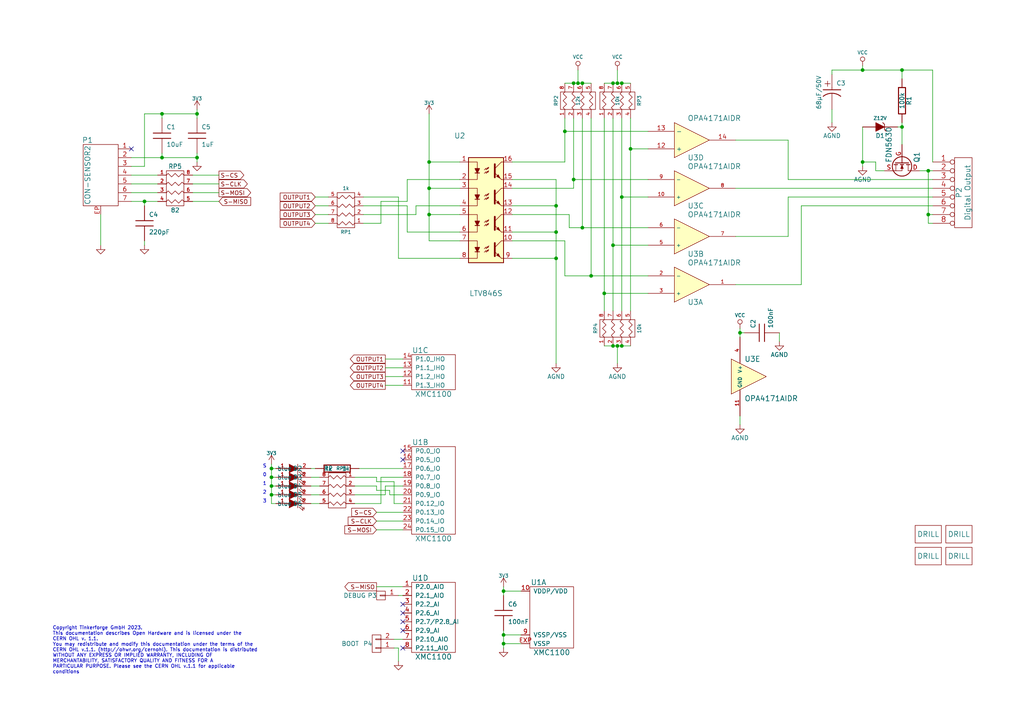
<source format=kicad_sch>
(kicad_sch (version 20230121) (generator eeschema)
  (paper "A4")
  (title_block (title "Industrial Digital Out 4 2.0") (date "2023-01-30") (rev "2.0") (company "Tinkerforge GmbH") (comment 1 "Licensed under CERN OHL v.1.1") (comment 2 "Copyright (©) 2023, T.Schneidermann <tim@tinkerforge.com>"))
  (lib_symbols
    (symbol "tinkerforge:3V3" (power) (pin_names (offset 0))
      (property "Value" "3V3" (at 0 3.556 0))
      (symbol "3V3_0_1"
        (polyline (pts (xy -0.762 1.27) (xy 0 2.54)))
        (polyline (pts (xy 0 0) (xy 0 2.54)))
        (polyline (pts (xy 0 2.54) (xy 0.762 1.27)))
      )
      (symbol "3V3_1_1"
        (pin power_in line (at 0 0 90) (length 0) hide (name "3V3") (number "1"))
      )
    )
    (symbol "tinkerforge:AGND" (power) (pin_names (offset 0))
      (property "Value" "AGND" (at 0 -5.08 0))
      (symbol "AGND_0_1"
        (polyline (pts (xy 0 0) (xy 0 -1.27) (xy 1.27 -1.27) (xy 0 -2.54) (xy -1.27 -1.27) (xy 0 -1.27)))
      )
      (symbol "AGND_1_1"
        (pin power_in line (at 0 0 270) (length 0) hide (name "AGND") (number "1"))
      )
    )
    (symbol "tinkerforge:C" (pin_numbers hide) (pin_names (offset 0.254))
      (property "Reference" "C" (at 1.27 2.54 0))
      (property "Value" "C" (at 1.27 -2.54 0))
      (symbol "C_0_1"
        (polyline (pts (xy -2.54 -0.762) (xy 2.54 -0.762)) (stroke (width 0.254)))
        (polyline (pts (xy -2.54 0.762) (xy 2.54 0.762)) (stroke (width 0.254)))
      )
      (symbol "C_1_1"
        (pin passive line (at 0 5.08 270) (length 4.318) (name "~") (number "1"))
        (pin passive line (at 0 -5.08 90) (length 4.318) (name "~") (number "2"))
      )
    )
    (symbol "tinkerforge:CON-SENSOR2" (pin_names (offset 1.016))
      (property "Reference" "P" (at -3.81 10.16 0))
      (property "Value" "CON-SENSOR2" (at 3.81 0 90))
      (symbol "CON-SENSOR2_0_1"
        (rectangle (start -5.08 8.89) (end 5.08 -8.89))
      )
      (symbol "CON-SENSOR2_1_1"
        (pin passive line (at -8.89 7.62 0) (length 3.81) (name "~") (number "1"))
        (pin passive line (at -8.89 5.08 0) (length 3.81) (name "~") (number "2"))
        (pin passive line (at -8.89 2.54 0) (length 3.81) (name "~") (number "3"))
        (pin passive line (at -8.89 0 0) (length 3.81) (name "~") (number "4"))
        (pin passive line (at -8.89 -2.54 0) (length 3.81) (name "~") (number "5"))
        (pin passive line (at -8.89 -5.08 0) (length 3.81) (name "~") (number "6"))
        (pin passive line (at -8.89 -7.62 0) (length 3.81) (name "~") (number "7"))
        (pin passive line (at 0 -11.43 90) (length 2.54) (name "~") (number "EP"))
      )
    )
    (symbol "tinkerforge:CONN_01X01" (pin_names (offset 1.016) hide)
      (property "Reference" "P" (at 0 2.54 0))
      (property "Value" "CONN_01X01" (at 2.54 0 90))
      (symbol "CONN_01X01_0_1"
        (rectangle (start -1.27 0.127) (end 0.254 -0.127))
        (rectangle (start -1.27 1.27) (end 1.27 -1.27))
      )
      (symbol "CONN_01X01_1_1"
        (pin passive line (at -5.08 0 0) (length 3.81) (name "P1") (number "1"))
      )
    )
    (symbol "tinkerforge:CONN_01X02" (pin_names (offset 1.016) hide)
      (property "Reference" "P" (at 0 3.81 0))
      (property "Value" "CONN_01X02" (at 2.54 0 90))
      (symbol "CONN_01X02_0_1"
        (rectangle (start -1.27 -1.143) (end 0.254 -1.397))
        (rectangle (start -1.27 1.397) (end 0.254 1.143))
        (rectangle (start -1.27 2.54) (end 1.27 -2.54))
      )
      (symbol "CONN_01X02_1_1"
        (pin passive line (at -5.08 1.27 0) (length 3.81) (name "P1") (number "1"))
        (pin passive line (at -5.08 -1.27 0) (length 3.81) (name "P2") (number "2"))
      )
    )
    (symbol "tinkerforge:CONN_8" (pin_names (offset 0.762) hide)
      (property "Reference" "P" (at -1.27 0 90))
      (property "Value" "CONN_8" (at 1.27 0 90))
      (symbol "CONN_8_0_1"
        (rectangle (start -2.54 10.16) (end 2.54 -10.16))
      )
      (symbol "CONN_8_1_1"
        (pin passive inverted (at -8.89 8.89 0) (length 6.35) (name "1") (number "1"))
        (pin passive inverted (at -8.89 6.35 0) (length 6.35) (name "2") (number "2"))
        (pin passive inverted (at -8.89 3.81 0) (length 6.35) (name "3") (number "3"))
        (pin passive inverted (at -8.89 1.27 0) (length 6.35) (name "4") (number "4"))
        (pin passive inverted (at -8.89 -1.27 0) (length 6.35) (name "5") (number "5"))
        (pin passive inverted (at -8.89 -3.81 0) (length 6.35) (name "6") (number "6"))
        (pin passive inverted (at -8.89 -6.35 0) (length 6.35) (name "~") (number "7"))
        (pin passive inverted (at -8.89 -8.89 0) (length 6.35) (name "~") (number "8"))
      )
    )
    (symbol "tinkerforge:CP1" (pin_numbers hide) (pin_names (offset 0.254) hide)
      (property "Reference" "C" (at 1.27 2.54 0))
      (property "Value" "CP1" (at 1.27 -2.54 0))
      (symbol "CP1_0_0"
        (text "+" (at -1.27 2.54 0) (effects (font (size 2.032 2.032))))
      )
      (symbol "CP1_0_1"
        (polyline (pts (xy 0 1.27) (xy 0 0.762) (xy 0 0.762)))
        (polyline (pts (xy 2.54 0.635) (xy -2.54 0.635) (xy -2.54 0.635)) (stroke (width 0.254)))
        (arc (start 2.54 -1.27) (mid 0 -0.379) (end -2.54 -1.27) (stroke (width 0.254)))
      )
      (symbol "CP1_1_1"
        (pin passive line (at 0 5.08 270) (length 3.81) (name "~") (number "1"))
        (pin passive line (at 0 -5.08 90) (length 4.572) (name "~") (number "2"))
      )
    )
    (symbol "tinkerforge:DRILL" (pin_numbers hide) (pin_names (offset 0) hide)
      (property "Value" "DRILL" (at 0 0 0))
      (symbol "DRILL_0_1"
        (rectangle (start -3.81 2.54) (end 3.81 -2.54))
      )
    )
    (symbol "tinkerforge:GND" (power) (pin_names (offset 0))
      (property "Value" "GND" (at 0 -5.08 0))
      (symbol "GND_0_1"
        (polyline (pts (xy 0 0) (xy 0 -1.27) (xy 1.27 -1.27) (xy 0 -2.54) (xy -1.27 -1.27) (xy 0 -1.27)))
      )
      (symbol "GND_1_1"
        (pin power_in line (at 0 0 270) (length 0) hide (name "GND") (number "1"))
      )
    )
    (symbol "tinkerforge:LED" (pin_names (offset 1.016) hide)
      (property "Reference" "D" (at 0 2.54 0))
      (property "Value" "LED" (at 0 -2.54 0))
      (symbol "LED_0_1"
        (polyline (pts (xy 1.27 1.27) (xy 1.27 -1.27)))
        (polyline (pts (xy -1.27 1.27) (xy 1.27 0) (xy -1.27 -1.27)) (fill (type outline)))
        (polyline (pts (xy 1.651 -1.016) (xy 2.794 -2.032) (xy 2.667 -1.397)))
        (polyline (pts (xy 2.032 -0.635) (xy 3.175 -1.651) (xy 3.048 -1.016)))
      )
      (symbol "LED_1_1"
        (pin passive line (at -5.08 0 0) (length 3.81) (name "A") (number "1"))
        (pin passive line (at 5.08 0 180) (length 3.81) (name "K") (number "2"))
      )
    )
    (symbol "tinkerforge:LMV344"
      (property "Reference" "U" (at -1.27 5.08 0))
      (property "Value" "LMV344" (at -1.27 -6.35 0))
      (symbol "LMV344_0_1"
        (polyline (pts (xy -5.08 5.08) (xy 5.08 0) (xy -5.08 -5.08) (xy -5.08 5.08)) (stroke (width 0.1524)) (fill (type background)))
      )
      (symbol "LMV344_1_1"
        (pin output line (at 12.7 0 180) (length 7.62) (name "~") (number "1"))
        (pin input line (at -12.7 -2.54 0) (length 7.62) (name "-") (number "2"))
        (pin input line (at -12.7 2.54 0) (length 7.62) (name "+") (number "3"))
      )
      (symbol "LMV344_2_1"
        (pin input line (at -12.7 2.54 0) (length 7.62) (name "+") (number "5"))
        (pin input line (at -12.7 -2.54 0) (length 7.62) (name "-") (number "6"))
        (pin output line (at 12.7 0 180) (length 7.62) (name "~") (number "7"))
      )
      (symbol "LMV344_3_1"
        (pin input line (at -12.7 2.54 0) (length 7.62) (name "+") (number "10"))
        (pin output line (at 12.7 0 180) (length 7.62) (name "~") (number "8"))
        (pin input line (at -12.7 -2.54 0) (length 7.62) (name "-") (number "9"))
      )
      (symbol "LMV344_4_1"
        (pin input line (at -12.7 2.54 0) (length 7.62) (name "+") (number "12"))
        (pin input line (at -12.7 -2.54 0) (length 7.62) (name "-") (number "13"))
        (pin output line (at 12.7 0 180) (length 7.62) (name "~") (number "14"))
      )
      (symbol "LMV344_5_1"
        (pin power_in line (at -2.54 -11.43 90) (length 7.62) (name "GND") (number "11"))
        (pin power_in line (at -2.54 11.43 270) (length 7.62) (name "V+") (number "4"))
      )
    )
    (symbol "tinkerforge:LTV-847" (pin_names (offset 1.016))
      (property "Reference" "U" (at -5.08 17.78 0))
      (property "Value" "LTV-847" (at 0 17.78 0))
      (property "Footprint" "DIP-16" (at -5.08 -15.24 0))
      (property "Datasheet" "http://www.us.liteon.com/downloads/LTV-817-827-847.PDF" (at 0 -2.54 0))
      (symbol "LTV-847_0_1"
        (rectangle (start -5.08 16.51) (end 5.08 -13.97) (stroke (width 0.254)) (fill (type background)))
        (polyline (pts (xy -3.175 -10.795) (xy -1.905 -10.795)) (stroke (width 0.254)))
        (polyline (pts (xy -3.175 -3.175) (xy -1.905 -3.175)) (stroke (width 0.254)))
        (polyline (pts (xy -3.175 4.445) (xy -1.905 4.445)) (stroke (width 0.254)))
        (polyline (pts (xy -3.175 12.065) (xy -1.905 12.065)) (stroke (width 0.254)))
        (polyline (pts (xy 2.54 -9.525) (xy 4.445 -7.62)))
        (polyline (pts (xy 2.54 -1.905) (xy 4.445 0)))
        (polyline (pts (xy 2.54 5.715) (xy 4.445 7.62)))
        (polyline (pts (xy 2.54 13.335) (xy 4.445 15.24)))
        (polyline (pts (xy 4.445 -12.7) (xy 2.54 -10.795)) (fill (type outline)))
        (polyline (pts (xy 4.445 -12.7) (xy 5.08 -12.7)))
        (polyline (pts (xy 4.445 -7.62) (xy 5.08 -7.62)))
        (polyline (pts (xy 4.445 -5.08) (xy 2.54 -3.175)) (fill (type outline)))
        (polyline (pts (xy 4.445 -5.08) (xy 5.08 -5.08)))
        (polyline (pts (xy 4.445 0) (xy 5.08 0)))
        (polyline (pts (xy 4.445 2.54) (xy 2.54 4.445)) (fill (type outline)))
        (polyline (pts (xy 4.445 2.54) (xy 5.08 2.54)))
        (polyline (pts (xy 4.445 7.62) (xy 5.08 7.62)))
        (polyline (pts (xy 4.445 10.16) (xy 2.54 12.065)) (fill (type outline)))
        (polyline (pts (xy 4.445 10.16) (xy 5.08 10.16)))
        (polyline (pts (xy 4.445 15.24) (xy 5.08 15.24)))
        (polyline (pts (xy -5.08 -7.62) (xy -2.54 -7.62) (xy -2.54 -9.525)))
        (polyline (pts (xy -5.08 0) (xy -2.54 0) (xy -2.54 -1.905)))
        (polyline (pts (xy -5.08 7.62) (xy -2.54 7.62) (xy -2.54 5.715)))
        (polyline (pts (xy -5.08 15.24) (xy -2.54 15.24) (xy -2.54 13.335)))
        (polyline (pts (xy -2.54 -10.795) (xy -2.54 -12.7) (xy -5.08 -12.7)))
        (polyline (pts (xy -2.54 -3.175) (xy -2.54 -5.08) (xy -5.08 -5.08)))
        (polyline (pts (xy -2.54 4.445) (xy -2.54 2.54) (xy -5.08 2.54)))
        (polyline (pts (xy -2.54 12.065) (xy -2.54 10.16) (xy -5.08 10.16)))
        (polyline (pts (xy 2.54 -8.255) (xy 2.54 -12.065) (xy 2.54 -12.065)) (stroke (width 0.508)))
        (polyline (pts (xy 2.54 -0.635) (xy 2.54 -4.445) (xy 2.54 -4.445)) (stroke (width 0.508)))
        (polyline (pts (xy 2.54 6.985) (xy 2.54 3.175) (xy 2.54 3.175)) (stroke (width 0.508)))
        (polyline (pts (xy 2.54 14.605) (xy 2.54 10.795) (xy 2.54 10.795)) (stroke (width 0.508)))
        (polyline (pts (xy -2.54 -10.795) (xy -3.175 -9.525) (xy -1.905 -9.525) (xy -2.54 -10.795)) (stroke (width 0.254)) (fill (type outline)))
        (polyline (pts (xy -2.54 -3.175) (xy -3.175 -1.905) (xy -1.905 -1.905) (xy -2.54 -3.175)) (stroke (width 0.254)) (fill (type outline)))
        (polyline (pts (xy -2.54 4.445) (xy -3.175 5.715) (xy -1.905 5.715) (xy -2.54 4.445)) (stroke (width 0.254)) (fill (type outline)))
        (polyline (pts (xy -2.54 12.065) (xy -3.175 13.335) (xy -1.905 13.335) (xy -2.54 12.065)) (stroke (width 0.254)) (fill (type outline)))
        (polyline (pts (xy -0.508 -9.906) (xy 0.0254 -9.398) (xy 0.0254 -9.906) (xy 0.7874 -9.144)))
        (polyline (pts (xy -0.508 -2.286) (xy 0.0254 -1.778) (xy 0.0254 -2.286) (xy 0.7874 -1.524)))
        (polyline (pts (xy -0.508 5.334) (xy 0.0254 5.842) (xy 0.0254 5.334) (xy 0.7874 6.096)))
        (polyline (pts (xy -0.508 12.954) (xy 0.0254 13.462) (xy 0.0254 12.954) (xy 0.7874 13.716)))
        (polyline (pts (xy 0.7874 -9.144) (xy 0.2794 -9.398) (xy 0.5334 -9.652) (xy 0.7874 -9.144)))
        (polyline (pts (xy 0.7874 -1.524) (xy 0.2794 -1.778) (xy 0.5334 -2.032) (xy 0.7874 -1.524)))
        (polyline (pts (xy 0.7874 6.096) (xy 0.2794 5.842) (xy 0.5334 5.588) (xy 0.7874 6.096)))
        (polyline (pts (xy 0.7874 13.716) (xy 0.2794 13.462) (xy 0.5334 13.208) (xy 0.7874 13.716)))
        (polyline (pts (xy 3.048 -11.811) (xy 3.556 -11.303) (xy 4.064 -12.319) (xy 3.048 -11.811) (xy 3.048 -11.811)) (fill (type outline)))
        (polyline (pts (xy 3.048 -4.191) (xy 3.556 -3.683) (xy 4.064 -4.699) (xy 3.048 -4.191) (xy 3.048 -4.191)) (fill (type outline)))
        (polyline (pts (xy 3.048 3.429) (xy 3.556 3.937) (xy 4.064 2.921) (xy 3.048 3.429) (xy 3.048 3.429)) (fill (type outline)))
        (polyline (pts (xy 3.048 11.049) (xy 3.556 11.557) (xy 4.064 10.541) (xy 3.048 11.049) (xy 3.048 11.049)) (fill (type outline)))
        (polyline (pts (xy -0.508 -10.922) (xy 0.0254 -10.414) (xy 0.0254 -10.922) (xy 0.7874 -10.16) (xy 0.2794 -10.414) (xy 0.5334 -10.668) (xy 0.7874 -10.16)))
        (polyline (pts (xy -0.508 -3.302) (xy 0.0254 -2.794) (xy 0.0254 -3.302) (xy 0.7874 -2.54) (xy 0.2794 -2.794) (xy 0.5334 -3.048) (xy 0.7874 -2.54)))
        (polyline (pts (xy -0.508 4.318) (xy 0.0254 4.826) (xy 0.0254 4.318) (xy 0.7874 5.08) (xy 0.2794 4.826) (xy 0.5334 4.572) (xy 0.7874 5.08)))
        (polyline (pts (xy -0.508 11.938) (xy 0.0254 12.446) (xy 0.0254 11.938) (xy 0.7874 12.7) (xy 0.2794 12.446) (xy 0.5334 12.192) (xy 0.7874 12.7)))
      )
      (symbol "LTV-847_1_1"
        (pin passive line (at -7.62 15.24 0) (length 2.54) (name "~") (number "1"))
        (pin passive line (at 7.62 -7.62 180) (length 2.54) (name "~") (number "10"))
        (pin passive line (at 7.62 -5.08 180) (length 2.54) (name "~") (number "11"))
        (pin passive line (at 7.62 0 180) (length 2.54) (name "~") (number "12"))
        (pin passive line (at 7.62 2.54 180) (length 2.54) (name "~") (number "13"))
        (pin passive line (at 7.62 7.62 180) (length 2.54) (name "~") (number "14"))
        (pin passive line (at 7.62 10.16 180) (length 2.54) (name "~") (number "15"))
        (pin passive line (at 7.62 15.24 180) (length 2.54) (name "~") (number "16"))
        (pin passive line (at -7.62 10.16 0) (length 2.54) (name "~") (number "2"))
        (pin passive line (at -7.62 7.62 0) (length 2.54) (name "~") (number "3"))
        (pin passive line (at -7.62 2.54 0) (length 2.54) (name "~") (number "4"))
        (pin passive line (at -7.62 0 0) (length 2.54) (name "~") (number "5"))
        (pin passive line (at -7.62 -5.08 0) (length 2.54) (name "~") (number "6"))
        (pin passive line (at -7.62 -7.62 0) (length 2.54) (name "~") (number "7"))
        (pin passive line (at -7.62 -12.7 0) (length 2.54) (name "~") (number "8"))
        (pin passive line (at 7.62 -12.7 180) (length 2.54) (name "~") (number "9"))
      )
    )
    (symbol "tinkerforge:MOSFET_N_CH" (pin_names (offset 0) hide)
      (property "Reference" "Q" (at 7.62 1.27 0))
      (property "Value" "MOSFET_N_CH" (at 17.78 -1.27 0))
      (symbol "MOSFET_N_CH_0_1"
        (polyline (pts (xy 0.762 -1.778) (xy 2.54 -1.778)))
        (polyline (pts (xy 0.762 -1.27) (xy 0.762 -2.286)) (stroke (width 0.254)))
        (polyline (pts (xy 0.762 0) (xy 2.54 0)))
        (polyline (pts (xy 0.762 0.508) (xy 0.762 -0.508)) (stroke (width 0.254)))
        (polyline (pts (xy 0.762 1.778) (xy 2.54 1.778)))
        (polyline (pts (xy 0.762 2.286) (xy 0.762 1.27)) (stroke (width 0.254)))
        (polyline (pts (xy 2.54 -1.778) (xy 2.54 -2.54)))
        (polyline (pts (xy 2.54 -1.778) (xy 2.54 0)))
        (polyline (pts (xy 2.54 2.54) (xy 2.54 1.778)))
        (polyline (pts (xy 0.254 1.905) (xy 0.254 -1.905) (xy 0.254 -1.905)) (stroke (width 0.254)))
        (polyline (pts (xy 0.889 0) (xy 1.905 0.381) (xy 1.905 -0.381) (xy 0.889 0)) (fill (type outline)))
        (circle (center 1.27 0) (radius 2.8194) (stroke (width 0.254)))
      )
      (symbol "MOSFET_N_CH_1_1"
        (pin passive line (at 2.54 5.08 270) (length 2.54) (name "D") (number "D"))
        (pin input line (at -5.08 0 0) (length 5.334) (name "G") (number "G"))
        (pin passive line (at 2.54 -5.08 90) (length 2.54) (name "S") (number "S"))
      )
    )
    (symbol "tinkerforge:R" (pin_numbers hide) (pin_names (offset 0))
      (property "Reference" "R" (at 2.032 0 90))
      (property "Value" "R" (at 0 0 90))
      (symbol "R_0_1"
        (rectangle (start -1.016 3.81) (end 1.016 -3.81) (stroke (width 0.3048)))
      )
      (symbol "R_1_1"
        (pin passive line (at 0 6.35 270) (length 2.54) (name "~") (number "1"))
        (pin passive line (at 0 -6.35 90) (length 2.54) (name "~") (number "2"))
      )
    )
    (symbol "tinkerforge:R_PACK4" (pin_names hide)
      (property "Reference" "RP" (at 0 11.43 0))
      (property "Value" "R_PACK4" (at 0 -1.27 0))
      (symbol "R_PACK4_0_1"
        (polyline (pts (xy -2.54 10.16) (xy -2.54 0) (xy 2.54 0) (xy 2.54 10.16) (xy -2.54 10.16)))
        (polyline (pts (xy -2.54 1.27) (xy -2.032 1.778) (xy -1.016 0.762) (xy 0 1.778) (xy 1.016 0.762) (xy 2.032 1.778) (xy 2.54 1.27)))
        (polyline (pts (xy -2.54 3.81) (xy -2.032 4.318) (xy -1.016 3.302) (xy 0 4.318) (xy 1.016 3.302) (xy 2.032 4.318) (xy 2.54 3.81)))
        (polyline (pts (xy -2.54 6.35) (xy -2.032 6.858) (xy -1.016 5.842) (xy 0 6.858) (xy 1.016 5.842) (xy 2.032 6.858) (xy 2.54 6.35)))
        (polyline (pts (xy -2.54 8.89) (xy -2.032 9.398) (xy -1.016 8.382) (xy 0 9.398) (xy 1.016 8.382) (xy 2.032 9.398) (xy 2.54 8.89)))
      )
      (symbol "R_PACK4_1_1"
        (pin passive line (at -5.08 8.89 0) (length 2.54) (name "P1") (number "1"))
        (pin passive line (at -5.08 6.35 0) (length 2.54) (name "P2") (number "2"))
        (pin passive line (at -5.08 3.81 0) (length 2.54) (name "P3") (number "3"))
        (pin passive line (at -5.08 1.27 0) (length 2.54) (name "P4") (number "4"))
        (pin passive line (at 5.08 1.27 180) (length 2.54) (name "R4") (number "5"))
        (pin passive line (at 5.08 3.81 180) (length 2.54) (name "R3") (number "6"))
        (pin passive line (at 5.08 6.35 180) (length 2.54) (name "R2") (number "7"))
        (pin passive line (at 5.08 8.89 180) (length 2.54) (name "R1") (number "8"))
      )
    )
    (symbol "tinkerforge:VCCPWR" (power) (pin_names (offset 0))
      (property "Value" "VCCPWR" (at 0 3.81 0))
      (symbol "VCCPWR_0_1"
        (polyline (pts (xy 0 0) (xy 0 1.27)))
        (circle (center 0 1.905) (radius 0.635))
      )
      (symbol "VCCPWR_1_1"
        (pin power_in line (at 0 0 90) (length 0) hide (name "VCC") (number "1"))
      )
    )
    (symbol "tinkerforge:XMC1XXX24" (pin_names (offset 1.016))
      (property "Reference" "U" (at -3.81 15.24 0))
      (property "Value" "XMC1XXX24" (at 0 -16.51 0))
      (symbol "XMC1XXX24_1_1"
        (rectangle (start -6.35 8.89) (end 6.35 -8.89))
        (pin passive line (at -8.89 7.62 0) (length 2.54) (name "VDDP/VDD") (number "10"))
        (pin passive line (at -8.89 -5.08 0) (length 2.54) (name "VSSP/VSS") (number "9"))
        (pin passive line (at -8.89 -7.62 0) (length 2.54) (name "VSSP") (number "EXP"))
      )
      (symbol "XMC1XXX24_2_1"
        (rectangle (start -6.35 12.7) (end 6.35 -12.7))
        (pin passive line (at -8.89 11.43 0) (length 2.54) (name "P0.0_IO") (number "15"))
        (pin passive line (at -8.89 8.89 0) (length 2.54) (name "P0.5_IO") (number "16"))
        (pin passive line (at -8.89 6.35 0) (length 2.54) (name "P0.6_IO") (number "17"))
        (pin passive line (at -8.89 3.81 0) (length 2.54) (name "P0.7_IO") (number "18"))
        (pin passive line (at -8.89 1.27 0) (length 2.54) (name "P0.8_IO") (number "19"))
        (pin passive line (at -8.89 -1.27 0) (length 2.54) (name "P0.9_IO") (number "20"))
        (pin passive line (at -8.89 -3.81 0) (length 2.54) (name "P0.12_IO") (number "21"))
        (pin passive line (at -8.89 -6.35 0) (length 2.54) (name "P0.13_IO") (number "22"))
        (pin passive line (at -8.89 -8.89 0) (length 2.54) (name "P0.14_IO") (number "23"))
        (pin passive line (at -8.89 -11.43 0) (length 2.54) (name "P0.15_IO") (number "24"))
      )
      (symbol "XMC1XXX24_3_1"
        (rectangle (start -6.35 5.08) (end 6.35 -5.08))
        (pin passive line (at -8.89 -3.81 0) (length 2.54) (name "P1.3_IHO") (number "11"))
        (pin passive line (at -8.89 -1.27 0) (length 2.54) (name "P1.2_IHO") (number "12"))
        (pin passive line (at -8.89 1.27 0) (length 2.54) (name "P1.1_IHO") (number "13"))
        (pin passive line (at -8.89 3.81 0) (length 2.54) (name "P1.0_IHO") (number "14"))
      )
      (symbol "XMC1XXX24_4_1"
        (rectangle (start -6.35 10.16) (end 6.35 -10.16))
        (pin passive line (at -8.89 8.89 0) (length 2.54) (name "P2.0_AIO") (number "1"))
        (pin passive line (at -8.89 6.35 0) (length 2.54) (name "P2.1_AIO") (number "2"))
        (pin passive line (at -8.89 3.81 0) (length 2.54) (name "P2.2_AI") (number "3"))
        (pin passive line (at -8.89 1.27 0) (length 2.54) (name "P2.6_AI") (number "4"))
        (pin passive line (at -8.89 -1.27 0) (length 2.54) (name "P2.7/P2.8_AI") (number "5"))
        (pin passive line (at -8.89 -3.81 0) (length 2.54) (name "P2.9_AI") (number "6"))
        (pin passive line (at -8.89 -6.35 0) (length 2.54) (name "P2.10_AIO") (number "7"))
        (pin passive line (at -8.89 -8.89 0) (length 2.54) (name "P2.11_AIO") (number "8"))
      )
    )
    (symbol "tinkerforge:ZENER" (pin_numbers hide) (pin_names (offset 1.016) hide)
      (property "Reference" "D" (at 0 2.54 0))
      (property "Value" "ZENER" (at 0 -2.54 0))
      (symbol "ZENER_0_1"
        (polyline (pts (xy -1.778 1.27) (xy -1.27 0.762) (xy -1.27 -0.762) (xy -0.762 -1.27) (xy -0.762 -1.27)) (stroke (width 0.2032)))
        (polyline (pts (xy -1.27 0) (xy 1.27 1.27) (xy 1.27 -1.27) (xy -1.27 0) (xy -1.27 0)) (fill (type outline)))
      )
      (symbol "ZENER_1_1"
        (pin passive line (at 5.08 0 180) (length 3.81) (name "A") (number "1"))
        (pin passive line (at -5.08 0 0) (length 3.81) (name "K") (number "2"))
      )
    )
  )
  (junction (at 161.29 67.31))
  (junction (at 124.46 62.23))
  (junction (at 182.88 43.18))
  (junction (at 161.29 74.93))
  (junction (at 163.83 38.1))
  (junction (at 180.34 100.33))
  (junction (at 146.05 171.45))
  (junction (at 168.91 66.04))
  (junction (at 78.74 143.51))
  (junction (at 46.99 45.72))
  (junction (at 57.15 33.02))
  (junction (at 171.45 80.01))
  (junction (at 124.46 46.99))
  (junction (at 167.64 24.13))
  (junction (at 180.34 57.15))
  (junction (at 250.19 46.99))
  (junction (at 261.62 36.83))
  (junction (at 78.74 135.89))
  (junction (at 214.63 96.52))
  (junction (at 177.8 71.12))
  (junction (at 146.05 186.69))
  (junction (at 261.62 20.32))
  (junction (at 78.74 140.97))
  (junction (at 177.8 24.13))
  (junction (at 180.34 24.13))
  (junction (at 146.05 184.15))
  (junction (at 166.37 52.07))
  (junction (at 179.07 100.33))
  (junction (at 168.91 24.13))
  (junction (at 250.19 20.32))
  (junction (at 78.74 138.43))
  (junction (at 124.46 54.61))
  (junction (at 161.29 59.69))
  (junction (at 166.37 24.13))
  (junction (at 41.91 58.42))
  (junction (at 175.26 85.09))
  (junction (at 269.24 49.53))
  (junction (at 179.07 24.13))
  (junction (at 269.24 62.23))
  (junction (at 177.8 100.33))
  (junction (at 46.99 33.02))
  (junction (at 57.15 45.72))
  (no_connect (at 116.84 182.88))
  (no_connect (at 116.84 130.81))
  (no_connect (at 116.84 187.96))
  (no_connect (at 116.84 133.35))
  (no_connect (at 116.84 175.26))
  (no_connect (at 116.84 177.8))
  (no_connect (at 38.1 43.18))
  (no_connect (at 116.84 180.34))
  (wire (pts (xy 215.9 96.52) (xy 214.63 96.52)))
  (wire (pts (xy 180.34 24.13) (xy 179.07 24.13)))
  (wire (pts (xy 250.19 20.32) (xy 250.19 19.05)))
  (wire (pts (xy 109.22 142.24) (xy 109.22 140.97)))
  (wire (pts (xy 167.64 24.13) (xy 167.64 20.32)))
  (wire (pts (xy 95.25 62.23) (xy 91.44 62.23)))
  (wire (pts (xy 175.26 100.33) (xy 177.8 100.33)))
  (wire (pts (xy 113.03 142.24) (xy 109.22 142.24)))
  (wire (pts (xy 78.74 138.43) (xy 80.01 138.43)))
  (wire (pts (xy 163.83 69.85) (xy 163.83 80.01)))
  (wire (pts (xy 187.96 71.12) (xy 177.8 71.12)))
  (wire (pts (xy 148.59 59.69) (xy 161.29 59.69)))
  (wire (pts (xy 95.25 59.69) (xy 91.44 59.69)))
  (wire (pts (xy 241.3 35.56) (xy 241.3 31.75)))
  (wire (pts (xy 78.74 140.97) (xy 78.74 143.51)))
  (wire (pts (xy 177.8 90.17) (xy 177.8 71.12)))
  (wire (pts (xy 270.51 59.69) (xy 232.41 59.69)))
  (wire (pts (xy 120.65 62.23) (xy 120.65 59.69)))
  (wire (pts (xy 78.74 146.05) (xy 80.01 146.05)))
  (wire (pts (xy 63.5 53.34) (xy 55.88 53.34)))
  (wire (pts (xy 111.76 109.22) (xy 116.84 109.22)))
  (wire (pts (xy 92.71 138.43) (xy 90.17 138.43)))
  (wire (pts (xy 163.83 80.01) (xy 171.45 80.01)))
  (wire (pts (xy 110.49 64.77) (xy 105.41 64.77)))
  (wire (pts (xy 57.15 44.45) (xy 57.15 45.72)))
  (wire (pts (xy 168.91 66.04) (xy 165.1 66.04)))
  (wire (pts (xy 168.91 24.13) (xy 167.64 24.13)))
  (wire (pts (xy 111.76 143.51) (xy 102.87 143.51)))
  (wire (pts (xy 41.91 59.69) (xy 41.91 58.42)))
  (wire (pts (xy 133.35 46.99) (xy 124.46 46.99)))
  (wire (pts (xy 151.13 171.45) (xy 146.05 171.45)))
  (wire (pts (xy 166.37 24.13) (xy 163.83 24.13)))
  (wire (pts (xy 110.49 58.42) (xy 110.49 64.77)))
  (wire (pts (xy 269.24 62.23) (xy 269.24 64.77)))
  (wire (pts (xy 165.1 66.04) (xy 165.1 62.23)))
  (wire (pts (xy 270.51 20.32) (xy 261.62 20.32)))
  (wire (pts (xy 168.91 34.29) (xy 168.91 66.04)))
  (wire (pts (xy 38.1 55.88) (xy 45.72 55.88)))
  (wire (pts (xy 118.11 59.69) (xy 105.41 59.69)))
  (wire (pts (xy 120.65 59.69) (xy 133.35 59.69)))
  (wire (pts (xy 163.83 34.29) (xy 163.83 38.1)))
  (wire (pts (xy 38.1 50.8) (xy 45.72 50.8)))
  (wire (pts (xy 146.05 186.69) (xy 146.05 187.96)))
  (wire (pts (xy 269.24 49.53) (xy 269.24 62.23)))
  (wire (pts (xy 57.15 33.02) (xy 57.15 34.29)))
  (wire (pts (xy 228.6 52.07) (xy 228.6 40.64)))
  (wire (pts (xy 228.6 40.64) (xy 213.36 40.64)))
  (wire (pts (xy 250.19 36.83) (xy 250.19 46.99)))
  (wire (pts (xy 109.22 140.97) (xy 102.87 140.97)))
  (wire (pts (xy 228.6 57.15) (xy 228.6 68.58)))
  (wire (pts (xy 116.84 146.05) (xy 114.3 146.05)))
  (wire (pts (xy 118.11 58.42) (xy 110.49 58.42)))
  (wire (pts (xy 146.05 170.18) (xy 146.05 171.45)))
  (wire (pts (xy 166.37 54.61) (xy 148.59 54.61)))
  (wire (pts (xy 165.1 62.23) (xy 148.59 62.23)))
  (wire (pts (xy 80.01 135.89) (xy 78.74 135.89)))
  (wire (pts (xy 161.29 67.31) (xy 161.29 74.93)))
  (wire (pts (xy 182.88 90.17) (xy 182.88 43.18)))
  (wire (pts (xy 254 49.53) (xy 254 46.99)))
  (wire (pts (xy 261.62 22.86) (xy 261.62 20.32)))
  (wire (pts (xy 114.3 146.05) (xy 114.3 139.7)))
  (wire (pts (xy 241.3 20.32) (xy 241.3 21.59)))
  (wire (pts (xy 161.29 59.69) (xy 161.29 67.31)))
  (wire (pts (xy 214.63 96.52) (xy 214.63 97.79)))
  (wire (pts (xy 91.44 57.15) (xy 95.25 57.15)))
  (wire (pts (xy 41.91 71.12) (xy 41.91 69.85)))
  (wire (pts (xy 163.83 46.99) (xy 148.59 46.99)))
  (wire (pts (xy 167.64 24.13) (xy 166.37 24.13)))
  (wire (pts (xy 111.76 140.97) (xy 111.76 143.51)))
  (wire (pts (xy 38.1 45.72) (xy 46.99 45.72)))
  (wire (pts (xy 148.59 52.07) (xy 161.29 52.07)))
  (wire (pts (xy 111.76 104.14) (xy 116.84 104.14)))
  (wire (pts (xy 116.84 172.72) (xy 115.57 172.72)))
  (wire (pts (xy 228.6 68.58) (xy 213.36 68.58)))
  (wire (pts (xy 115.57 187.96) (xy 115.57 191.77)))
  (wire (pts (xy 105.41 62.23) (xy 120.65 62.23)))
  (wire (pts (xy 250.19 20.32) (xy 241.3 20.32)))
  (wire (pts (xy 213.36 54.61) (xy 270.51 54.61)))
  (wire (pts (xy 38.1 53.34) (xy 45.72 53.34)))
  (wire (pts (xy 55.88 55.88) (xy 63.5 55.88)))
  (wire (pts (xy 182.88 43.18) (xy 182.88 34.29)))
  (wire (pts (xy 161.29 74.93) (xy 161.29 105.41)))
  (wire (pts (xy 269.24 49.53) (xy 270.51 49.53)))
  (wire (pts (xy 256.54 49.53) (xy 254 49.53)))
  (wire (pts (xy 179.07 24.13) (xy 177.8 24.13)))
  (wire (pts (xy 261.62 36.83) (xy 261.62 35.56)))
  (wire (pts (xy 254 46.99) (xy 250.19 46.99)))
  (wire (pts (xy 166.37 34.29) (xy 166.37 52.07)))
  (wire (pts (xy 116.84 140.97) (xy 111.76 140.97)))
  (wire (pts (xy 63.5 58.42) (xy 55.88 58.42)))
  (wire (pts (xy 91.44 135.89) (xy 90.17 135.89)))
  (wire (pts (xy 78.74 143.51) (xy 78.74 146.05)))
  (wire (pts (xy 91.44 64.77) (xy 95.25 64.77)))
  (wire (pts (xy 177.8 71.12) (xy 177.8 34.29)))
  (wire (pts (xy 118.11 52.07) (xy 133.35 52.07)))
  (wire (pts (xy 171.45 34.29) (xy 171.45 80.01)))
  (wire (pts (xy 109.22 139.7) (xy 109.22 138.43)))
  (wire (pts (xy 41.91 58.42) (xy 38.1 58.42)))
  (wire (pts (xy 46.99 45.72) (xy 57.15 45.72)))
  (wire (pts (xy 270.51 46.99) (xy 270.51 20.32)))
  (wire (pts (xy 175.26 34.29) (xy 175.26 85.09)))
  (wire (pts (xy 38.1 48.26) (xy 41.91 48.26)))
  (wire (pts (xy 179.07 24.13) (xy 179.07 20.32)))
  (wire (pts (xy 124.46 54.61) (xy 124.46 62.23)))
  (wire (pts (xy 261.62 41.91) (xy 261.62 36.83)))
  (wire (pts (xy 187.96 57.15) (xy 180.34 57.15)))
  (wire (pts (xy 115.57 57.15) (xy 115.57 74.93)))
  (wire (pts (xy 179.07 100.33) (xy 180.34 100.33)))
  (wire (pts (xy 57.15 45.72) (xy 57.15 46.99)))
  (wire (pts (xy 124.46 62.23) (xy 124.46 69.85)))
  (wire (pts (xy 57.15 31.75) (xy 57.15 33.02)))
  (wire (pts (xy 109.22 170.18) (xy 116.84 170.18)))
  (wire (pts (xy 187.96 85.09) (xy 175.26 85.09)))
  (wire (pts (xy 180.34 34.29) (xy 180.34 57.15)))
  (wire (pts (xy 116.84 106.68) (xy 111.76 106.68)))
  (wire (pts (xy 116.84 143.51) (xy 113.03 143.51)))
  (wire (pts (xy 146.05 184.15) (xy 146.05 186.69)))
  (wire (pts (xy 180.34 57.15) (xy 180.34 90.17)))
  (wire (pts (xy 90.17 146.05) (xy 92.71 146.05)))
  (wire (pts (xy 270.51 52.07) (xy 228.6 52.07)))
  (wire (pts (xy 146.05 171.45) (xy 146.05 172.72)))
  (wire (pts (xy 226.06 99.06) (xy 226.06 96.52)))
  (wire (pts (xy 115.57 74.93) (xy 133.35 74.93)))
  (wire (pts (xy 151.13 186.69) (xy 146.05 186.69)))
  (wire (pts (xy 110.49 138.43) (xy 116.84 138.43)))
  (wire (pts (xy 78.74 135.89) (xy 78.74 138.43)))
  (wire (pts (xy 45.72 58.42) (xy 41.91 58.42)))
  (wire (pts (xy 177.8 24.13) (xy 175.26 24.13)))
  (wire (pts (xy 163.83 38.1) (xy 187.96 38.1)))
  (wire (pts (xy 175.26 85.09) (xy 175.26 90.17)))
  (wire (pts (xy 151.13 184.15) (xy 146.05 184.15)))
  (wire (pts (xy 148.59 67.31) (xy 161.29 67.31)))
  (wire (pts (xy 171.45 24.13) (xy 168.91 24.13)))
  (wire (pts (xy 166.37 52.07) (xy 187.96 52.07)))
  (wire (pts (xy 41.91 33.02) (xy 46.99 33.02)))
  (wire (pts (xy 187.96 66.04) (xy 168.91 66.04)))
  (wire (pts (xy 214.63 123.19) (xy 214.63 120.65)))
  (wire (pts (xy 46.99 44.45) (xy 46.99 45.72)))
  (wire (pts (xy 78.74 138.43) (xy 78.74 140.97)))
  (wire (pts (xy 90.17 140.97) (xy 92.71 140.97)))
  (wire (pts (xy 116.84 151.13) (xy 109.22 151.13)))
  (wire (pts (xy 116.84 185.42) (xy 114.3 185.42)))
  (wire (pts (xy 78.74 140.97) (xy 80.01 140.97)))
  (wire (pts (xy 146.05 182.88) (xy 146.05 184.15)))
  (wire (pts (xy 118.11 67.31) (xy 133.35 67.31)))
  (wire (pts (xy 148.59 69.85) (xy 163.83 69.85)))
  (wire (pts (xy 113.03 143.51) (xy 113.03 142.24)))
  (wire (pts (xy 41.91 48.26) (xy 41.91 33.02)))
  (wire (pts (xy 269.24 64.77) (xy 270.51 64.77)))
  (wire (pts (xy 92.71 143.51) (xy 90.17 143.51)))
  (wire (pts (xy 109.22 153.67) (xy 116.84 153.67)))
  (wire (pts (xy 163.83 38.1) (xy 163.83 46.99)))
  (wire (pts (xy 250.19 46.99) (xy 250.19 48.26)))
  (wire (pts (xy 124.46 46.99) (xy 124.46 54.61)))
  (wire (pts (xy 266.7 49.53) (xy 269.24 49.53)))
  (wire (pts (xy 180.34 100.33) (xy 182.88 100.33)))
  (wire (pts (xy 116.84 135.89) (xy 104.14 135.89)))
  (wire (pts (xy 124.46 69.85) (xy 133.35 69.85)))
  (wire (pts (xy 110.49 146.05) (xy 102.87 146.05)))
  (wire (pts (xy 109.22 138.43) (xy 102.87 138.43)))
  (wire (pts (xy 177.8 100.33) (xy 179.07 100.33)))
  (wire (pts (xy 114.3 139.7) (xy 109.22 139.7)))
  (wire (pts (xy 29.21 62.23) (xy 29.21 71.12)))
  (wire (pts (xy 46.99 33.02) (xy 57.15 33.02)))
  (wire (pts (xy 110.49 138.43) (xy 110.49 146.05)))
  (wire (pts (xy 78.74 134.62) (xy 78.74 135.89)))
  (wire (pts (xy 232.41 59.69) (xy 232.41 82.55)))
  (wire (pts (xy 116.84 111.76) (xy 111.76 111.76)))
  (wire (pts (xy 55.88 50.8) (xy 63.5 50.8)))
  (wire (pts (xy 148.59 74.93) (xy 161.29 74.93)))
  (wire (pts (xy 115.57 57.15) (xy 105.41 57.15)))
  (wire (pts (xy 232.41 82.55) (xy 213.36 82.55)))
  (wire (pts (xy 124.46 54.61) (xy 133.35 54.61)))
  (wire (pts (xy 124.46 62.23) (xy 133.35 62.23)))
  (wire (pts (xy 182.88 24.13) (xy 180.34 24.13)))
  (wire (pts (xy 270.51 62.23) (xy 269.24 62.23)))
  (wire (pts (xy 161.29 52.07) (xy 161.29 59.69)))
  (wire (pts (xy 109.22 148.59) (xy 116.84 148.59)))
  (wire (pts (xy 118.11 52.07) (xy 118.11 58.42)))
  (wire (pts (xy 114.3 187.96) (xy 115.57 187.96)))
  (wire (pts (xy 78.74 143.51) (xy 80.01 143.51)))
  (wire (pts (xy 124.46 33.02) (xy 124.46 46.99)))
  (wire (pts (xy 187.96 43.18) (xy 182.88 43.18)))
  (wire (pts (xy 214.63 95.25) (xy 214.63 96.52)))
  (wire (pts (xy 166.37 52.07) (xy 166.37 54.61)))
  (wire (pts (xy 46.99 34.29) (xy 46.99 33.02)))
  (wire (pts (xy 179.07 100.33) (xy 179.07 105.41)))
  (wire (pts (xy 118.11 59.69) (xy 118.11 67.31)))
  (wire (pts (xy 270.51 57.15) (xy 228.6 57.15)))
  (wire (pts (xy 171.45 80.01) (xy 187.96 80.01)))
  (wire (pts (xy 261.62 20.32) (xy 250.19 20.32)))
  (wire (pts (xy 260.35 36.83) (xy 261.62 36.83)))
  (text "1\n" (at 76.2 140.97 0) (effects (font (size 0.9906 0.9906)) (justify left bottom)))
  (text "Copyright Tinkerforge GmbH 2023.\nThis documentation describes Open Hardware and is licensed under the\nCERN OHL v. 1.1.\nYou may redistribute and modify this documentation under the terms of the\nCERN OHL v.1.1. (http://ohwr.org/cernohl). This documentation is distributed\nWITHOUT ANY EXPRESS OR IMPLIED WARRANTY, INCLUDING OF\nMERCHANTABILITY, SATISFACTORY QUALITY AND FITNESS FOR A\nPARTICULAR PURPOSE. Please see the CERN OHL v.1.1 for applicable\nconditions\n" (at 15.24 195.58 0) (effects (font (size 0.9906 0.9906)) (justify left bottom)))
  (text "3\n" (at 76.2 146.05 0) (effects (font (size 0.9906 0.9906)) (justify left bottom)))
  (text "S" (at 76.2 135.89 0) (effects (font (size 0.9906 0.9906)) (justify left bottom)))
  (text "0" (at 76.2 138.43 0) (effects (font (size 0.9906 0.9906)) (justify left bottom)))
  (text "2\n" (at 76.2 143.51 0) (effects (font (size 0.9906 0.9906)) (justify left bottom)))
  (global_label "S-CLK" (shape input) (at 109.22 151.13 180) (effects (font (size 1.1938 1.1938))) (property "Intersheetrefs" "${INTERSHEET_REFS}" (effects hide)))
  (global_label "S-MISO" (shape output) (at 109.22 170.18 180) (effects (font (size 1.1938 1.1938))) (property "Intersheetrefs" "${INTERSHEET_REFS}" (effects hide)))
  (global_label "OUTPUT2" (shape output) (at 111.76 106.68 180) (effects (font (size 1.1938 1.1938))) (property "Intersheetrefs" "${INTERSHEET_REFS}" (effects hide)))
  (global_label "OUTPUT1" (shape input) (at 91.44 57.15 180) (effects (font (size 1.1938 1.1938))) (property "Intersheetrefs" "${INTERSHEET_REFS}" (effects hide)))
  (global_label "OUTPUT3" (shape output) (at 111.76 109.22 180) (effects (font (size 1.1938 1.1938))) (property "Intersheetrefs" "${INTERSHEET_REFS}" (effects hide)))
  (global_label "S-CS" (shape output) (at 63.5 50.8 0) (effects (font (size 1.1938 1.1938))) (property "Intersheetrefs" "${INTERSHEET_REFS}" (effects hide)))
  (global_label "OUTPUT1" (shape output) (at 111.76 104.14 180) (effects (font (size 1.1938 1.1938))) (property "Intersheetrefs" "${INTERSHEET_REFS}" (effects hide)))
  (global_label "S-MISO" (shape input) (at 63.5 58.42 0) (effects (font (size 1.1938 1.1938))) (property "Intersheetrefs" "${INTERSHEET_REFS}" (effects hide)))
  (global_label "OUTPUT4" (shape output) (at 111.76 111.76 180) (effects (font (size 1.1938 1.1938))) (property "Intersheetrefs" "${INTERSHEET_REFS}" (effects hide)))
  (global_label "OUTPUT2" (shape input) (at 91.44 59.69 180) (effects (font (size 1.1938 1.1938))) (property "Intersheetrefs" "${INTERSHEET_REFS}" (effects hide)))
  (global_label "OUTPUT4" (shape input) (at 91.44 64.77 180) (effects (font (size 1.1938 1.1938))) (property "Intersheetrefs" "${INTERSHEET_REFS}" (effects hide)))
  (global_label "S-MOSI" (shape output) (at 63.5 55.88 0) (effects (font (size 1.1938 1.1938))) (property "Intersheetrefs" "${INTERSHEET_REFS}" (effects hide)))
  (global_label "S-CS" (shape input) (at 109.22 148.59 180) (effects (font (size 1.1938 1.1938))) (property "Intersheetrefs" "${INTERSHEET_REFS}" (effects hide)))
  (global_label "OUTPUT3" (shape input) (at 91.44 62.23 180) (effects (font (size 1.1938 1.1938))) (property "Intersheetrefs" "${INTERSHEET_REFS}" (effects hide)))
  (global_label "S-CLK" (shape output) (at 63.5 53.34 0) (effects (font (size 1.1938 1.1938))) (property "Intersheetrefs" "${INTERSHEET_REFS}" (effects hide)))
  (global_label "S-MOSI" (shape input) (at 109.22 153.67 180) (effects (font (size 1.1938 1.1938))) (property "Intersheetrefs" "${INTERSHEET_REFS}" (effects hide)))
  (symbol (lib_id "tinkerforge:CON-SENSOR2") (at 29.21 50.8 0) (mirror y) (unit 1)
    (property "Reference" "P1" (at 25.4 40.64 0) (effects (font (size 1.524 1.524))))
    (property "Value" "CON-SENSOR2" (at 25.4 50.8 90) (effects (font (size 1.524 1.524))))
    (property "Footprint" "kicad-libraries:CON-SENSOR2" (effects hide))
  )
  (symbol (lib_id "tinkerforge:LTV-847") (at 140.97 62.23 0) (unit 1)
    (property "Reference" "U2" (at 133.35 39.37 0) (effects (font (size 1.524 1.524))))
    (property "Value" "LTV846S" (at 140.97 85.09 0) (effects (font (size 1.524 1.524))))
    (property "Footprint" "kicad-libraries:OPTO-SMD16" (effects hide))
  )
  (symbol (lib_id "tinkerforge:3V3") (at 57.15 31.75 0) (unit 1)
    (property "Reference" "#PWR014" (effects hide))
    (property "Value" "3V3" (at 57.15 28.575 0) (effects (font (size 1.016 1.016))))
  )
  (symbol (lib_id "tinkerforge:3V3") (at 124.46 33.02 0) (unit 1)
    (property "Reference" "#PWR013" (effects hide))
    (property "Value" "3V3" (at 124.46 29.845 0) (effects (font (size 1.016 1.016))))
  )
  (symbol (lib_id "tinkerforge:GND") (at 57.15 46.99 0) (unit 1)
    (property "Reference" "#PWR012" (effects hide))
    (property "Value" "GND" (effects hide))
  )
  (symbol (lib_id "tinkerforge:C") (at 46.99 39.37 0) (unit 1)
    (property "Reference" "C1" (at 48.26 36.83 0) (effects (justify left)))
    (property "Value" "10uF" (at 48.26 41.91 0) (effects (justify left)))
    (property "Footprint" "kicad-libraries:C0805" (effects hide))
  )
  (symbol (lib_id "tinkerforge:CONN_8") (at 279.4 55.88 0) (unit 1)
    (property "Reference" "P2" (at 278.13 55.88 90) (effects (font (size 1.524 1.524))))
    (property "Value" "Digital Output" (at 280.67 55.88 90) (effects (font (size 1.524 1.524))))
    (property "Footprint" "kicad-libraries:OQ_8P" (effects hide))
  )
  (symbol (lib_id "tinkerforge:DRILL") (at 278.13 161.29 0) (unit 1)
    (property "Reference" "U7" (effects hide))
    (property "Value" "DRILL" (at 278.13 161.29 0) (effects (font (size 1.524 1.524))))
    (property "Footprint" "kicad-libraries:DRILL_NP" (effects hide))
  )
  (symbol (lib_id "tinkerforge:DRILL") (at 278.13 154.94 0) (unit 1)
    (property "Reference" "U6" (effects hide))
    (property "Value" "DRILL" (at 278.13 154.94 0) (effects (font (size 1.524 1.524))))
    (property "Footprint" "kicad-libraries:DRILL_NP" (effects hide))
  )
  (symbol (lib_id "tinkerforge:DRILL") (at 269.24 154.94 0) (unit 1)
    (property "Reference" "U4" (effects hide))
    (property "Value" "DRILL" (at 269.24 154.94 0) (effects (font (size 1.524 1.524))))
    (property "Footprint" "kicad-libraries:DRILL_NP" (effects hide))
  )
  (symbol (lib_id "tinkerforge:DRILL") (at 269.24 161.29 0) (unit 1)
    (property "Reference" "U5" (effects hide))
    (property "Value" "DRILL" (at 269.24 161.29 0) (effects (font (size 1.524 1.524))))
    (property "Footprint" "kicad-libraries:DRILL_NP" (effects hide))
  )
  (symbol (lib_id "tinkerforge:GND") (at 29.21 71.12 0) (unit 1)
    (property "Reference" "#PWR011" (effects hide))
    (property "Value" "GND" (effects hide))
  )
  (symbol (lib_id "tinkerforge:R_PACK4") (at 100.33 55.88 180) (unit 1)
    (property "Reference" "RP1" (at 100.33 67.31 0) (effects (font (size 1.016 1.016))))
    (property "Value" "1k" (at 100.33 54.61 0) (effects (font (size 1.016 1.016))))
    (property "Footprint" "kicad-libraries:0603X4" (effects hide))
  )
  (symbol (lib_id "tinkerforge:LMV344") (at 200.66 82.55 0) (mirror x) (unit 1)
    (property "Reference" "U3" (at 199.39 87.63 0) (effects (font (size 1.524 1.524)) (justify left)))
    (property "Value" "OPA4171AIDR" (at 199.39 76.2 0) (effects (font (size 1.524 1.524)) (justify left)))
    (property "Footprint" "kicad-libraries:SOP14" (effects hide))
  )
  (symbol (lib_id "tinkerforge:LMV344") (at 200.66 68.58 0) (mirror x) (unit 2)
    (property "Reference" "U3" (at 199.39 73.66 0) (effects (font (size 1.524 1.524)) (justify left)))
    (property "Value" "OPA4171AIDR" (at 199.39 62.23 0) (effects (font (size 1.524 1.524)) (justify left)))
    (property "Footprint" "kicad-libraries:SOP14" (effects hide))
  )
  (symbol (lib_id "tinkerforge:LMV344") (at 200.66 54.61 0) (mirror x) (unit 3)
    (property "Reference" "U3" (at 199.39 59.69 0) (effects (font (size 1.524 1.524)) (justify left)))
    (property "Value" "OPA4171AIDR" (at 199.39 48.26 0) (effects (font (size 1.524 1.524)) (justify left)))
    (property "Footprint" "kicad-libraries:SOP14" (effects hide))
  )
  (symbol (lib_id "tinkerforge:LMV344") (at 200.66 40.64 0) (mirror x) (unit 4)
    (property "Reference" "U3" (at 199.39 45.72 0) (effects (font (size 1.524 1.524)) (justify left)))
    (property "Value" "OPA4171AIDR" (at 199.39 34.29 0) (effects (font (size 1.524 1.524)) (justify left)))
    (property "Footprint" "kicad-libraries:SOP14" (effects hide))
  )
  (symbol (lib_id "tinkerforge:LMV344") (at 217.17 109.22 0) (unit 5)
    (property "Reference" "U3" (at 215.9 104.14 0) (effects (font (size 1.524 1.524)) (justify left)))
    (property "Value" "OPA4171AIDR" (at 215.9 115.57 0) (effects (font (size 1.524 1.524)) (justify left)))
    (property "Footprint" "kicad-libraries:SOP14" (effects hide))
  )
  (symbol (lib_id "tinkerforge:R_PACK4") (at 184.15 29.21 90) (unit 1)
    (property "Reference" "RP3" (at 185.42 29.21 0) (effects (font (size 1.016 1.016))))
    (property "Value" "10k" (at 179.07 29.21 0) (effects (font (size 1.016 1.016))))
    (property "Footprint" "kicad-libraries:1206X4" (effects hide))
  )
  (symbol (lib_id "tinkerforge:R_PACK4") (at 184.15 95.25 90) (unit 1)
    (property "Reference" "RP4" (at 172.72 95.25 0) (effects (font (size 1.016 1.016))))
    (property "Value" "10k" (at 185.42 95.25 0) (effects (font (size 1.016 1.016))))
    (property "Footprint" "kicad-libraries:1206X4" (effects hide))
  )
  (symbol (lib_id "tinkerforge:AGND") (at 179.07 105.41 0) (unit 1)
    (property "Reference" "#PWR010" (effects hide))
    (property "Value" "AGND" (at 179.07 109.22 0))
  )
  (symbol (lib_id "tinkerforge:AGND") (at 161.29 105.41 0) (unit 1)
    (property "Reference" "#PWR09" (effects hide))
    (property "Value" "AGND" (at 161.29 109.22 0))
  )
  (symbol (lib_id "tinkerforge:AGND") (at 214.63 123.19 0) (unit 1)
    (property "Reference" "#PWR08" (effects hide))
    (property "Value" "AGND" (at 214.63 127 0))
  )
  (symbol (lib_id "tinkerforge:VCCPWR") (at 214.63 95.25 0) (unit 1)
    (property "Reference" "#PWR07" (effects hide))
    (property "Value" "VPP" (at 214.63 91.44 0) (effects (font (size 1.016 1.016))))
  )
  (symbol (lib_id "tinkerforge:C") (at 220.98 96.52 90) (unit 1)
    (property "Reference" "C2" (at 218.44 95.25 0) (effects (justify left)))
    (property "Value" "100nF" (at 223.52 95.25 0) (effects (justify left)))
    (property "Footprint" "kicad-libraries:C0805" (effects hide))
  )
  (symbol (lib_id "tinkerforge:AGND") (at 226.06 99.06 0) (unit 1)
    (property "Reference" "#PWR06" (effects hide))
    (property "Value" "AGND" (at 226.06 102.87 0))
  )
  (symbol (lib_id "tinkerforge:VCCPWR") (at 179.07 20.32 0) (unit 1)
    (property "Reference" "#PWR05" (effects hide))
    (property "Value" "VPP" (at 179.07 16.51 0) (effects (font (size 1.016 1.016))))
  )
  (symbol (lib_id "tinkerforge:VCCPWR") (at 250.19 19.05 0) (unit 1)
    (property "Reference" "#PWR04" (effects hide))
    (property "Value" "VPP" (at 250.19 15.24 0) (effects (font (size 1.016 1.016))))
  )
  (symbol (lib_id "tinkerforge:AGND") (at 250.19 48.26 0) (unit 1)
    (property "Reference" "#PWR03" (effects hide))
    (property "Value" "AGND" (at 250.19 52.07 0))
  )
  (symbol (lib_id "tinkerforge:CP1") (at 241.3 26.67 0) (unit 1)
    (property "Reference" "C3" (at 242.57 24.13 0) (effects (justify left)))
    (property "Value" "68µF/50V" (at 237.49 31.75 90) (effects (justify left)))
    (property "Footprint" "kicad-libraries:ELKO_83" (effects hide))
  )
  (symbol (lib_id "tinkerforge:R_PACK4") (at 172.72 29.21 90) (unit 1)
    (property "Reference" "RP2" (at 161.29 29.21 0) (effects (font (size 1.016 1.016))))
    (property "Value" "12k" (at 167.64 29.21 0) (effects (font (size 1.016 1.016))))
    (property "Footprint" "kicad-libraries:1206X4" (effects hide))
  )
  (symbol (lib_id "tinkerforge:VCCPWR") (at 167.64 20.32 0) (unit 1)
    (property "Reference" "#PWR02" (effects hide))
    (property "Value" "VPP" (at 167.64 16.51 0) (effects (font (size 1.016 1.016))))
  )
  (symbol (lib_id "tinkerforge:MOSFET_N_CH") (at 261.62 46.99 270) (unit 1)
    (property "Reference" "Q1" (at 265.938 47.244 0) (effects (font (size 1.524 1.524)) (justify right)))
    (property "Value" "FDN5630" (at 257.81 47.244 0) (effects (font (size 1.524 1.524)) (justify right)))
    (property "Footprint" "kicad-libraries:SOT23GDS" (effects hide))
  )
  (symbol (lib_id "tinkerforge:AGND") (at 241.3 35.56 0) (unit 1)
    (property "Reference" "#PWR01" (effects hide))
    (property "Value" "AGND" (at 241.3 39.37 0))
  )
  (symbol (lib_id "tinkerforge:R") (at 261.62 29.21 0) (unit 1)
    (property "Reference" "R1" (at 263.652 29.21 90))
    (property "Value" "100k" (at 261.62 29.21 90))
    (property "Footprint" "kicad-libraries:R0603F" (effects hide))
  )
  (symbol (lib_id "tinkerforge:ZENER") (at 255.27 36.83 180) (unit 1)
    (property "Reference" "D1" (at 255.27 39.37 0))
    (property "Value" "Z12V" (at 255.27 34.29 0) (effects (font (size 1.016 1.016))))
    (property "Footprint" "kicad-libraries:MiniMelf" (effects hide))
  )
  (symbol (lib_id "tinkerforge:XMC1XXX24") (at 160.02 179.07 0) (unit 1)
    (property "Reference" "U1" (at 156.21 168.91 0) (effects (font (size 1.524 1.524))))
    (property "Value" "XMC1100" (at 160.02 189.23 0) (effects (font (size 1.524 1.524))))
    (property "Footprint" "kicad-libraries:QFN24-4x4mm-0.5mm" (effects hide))
  )
  (symbol (lib_id "tinkerforge:XMC1XXX24") (at 125.73 142.24 0) (unit 2)
    (property "Reference" "U1" (at 121.92 128.27 0) (effects (font (size 1.524 1.524))))
    (property "Value" "XMC1100" (at 125.73 156.21 0) (effects (font (size 1.524 1.524))))
    (property "Footprint" "kicad-libraries:QFN24-4x4mm-0.5mm" (effects hide))
  )
  (symbol (lib_id "tinkerforge:XMC1XXX24") (at 125.73 107.95 0) (unit 3)
    (property "Reference" "U1" (at 121.92 101.6 0) (effects (font (size 1.524 1.524))))
    (property "Value" "XMC1100" (at 125.73 114.3 0) (effects (font (size 1.524 1.524))))
    (property "Footprint" "kicad-libraries:QFN24-4x4mm-0.5mm" (effects hide))
  )
  (symbol (lib_id "tinkerforge:XMC1XXX24") (at 125.73 179.07 0) (unit 4)
    (property "Reference" "U1" (at 121.92 167.64 0) (effects (font (size 1.524 1.524))))
    (property "Value" "XMC1100" (at 125.73 190.5 0) (effects (font (size 1.524 1.524))))
    (property "Footprint" "kicad-libraries:QFN24-4x4mm-0.5mm" (effects hide))
  )
  (symbol (lib_id "tinkerforge:C") (at 57.15 39.37 0) (unit 1)
    (property "Reference" "C5" (at 58.42 36.83 0) (effects (justify left)))
    (property "Value" "1uF" (at 58.42 41.91 0) (effects (justify left)))
    (property "Footprint" "kicad-libraries:C0603F" (effects hide))
  )
  (symbol (lib_id "tinkerforge:C") (at 146.05 177.8 0) (unit 1)
    (property "Reference" "C6" (at 147.32 175.26 0) (effects (justify left)))
    (property "Value" "100nF" (at 147.32 180.34 0) (effects (justify left)))
    (property "Footprint" "kicad-libraries:C0603F" (effects hide))
  )
  (symbol (lib_id "tinkerforge:R_PACK4") (at 50.8 59.69 0) (unit 1)
    (property "Reference" "RP5" (at 50.8 48.26 0))
    (property "Value" "82" (at 50.8 60.96 0))
    (property "Footprint" "kicad-libraries:4X0402" (effects hide))
  )
  (symbol (lib_id "tinkerforge:C") (at 41.91 64.77 0) (unit 1)
    (property "Reference" "C4" (at 43.18 62.23 0) (effects (justify left)))
    (property "Value" "220pF" (at 43.18 67.31 0) (effects (justify left)))
    (property "Footprint" "kicad-libraries:C0402F" (effects hide))
  )
  (symbol (lib_id "tinkerforge:GND") (at 41.91 71.12 0) (unit 1)
    (property "Reference" "#PWR015" (effects hide))
    (property "Value" "GND" (effects hide))
  )
  (symbol (lib_id "tinkerforge:GND") (at 146.05 187.96 0) (unit 1)
    (property "Reference" "#PWR016" (effects hide))
    (property "Value" "GND" (effects hide))
  )
  (symbol (lib_id "tinkerforge:3V3") (at 146.05 170.18 0) (unit 1)
    (property "Reference" "#PWR017" (effects hide))
    (property "Value" "3V3" (at 146.05 167.005 0) (effects (font (size 1.016 1.016))))
  )
  (symbol (lib_id "tinkerforge:CONN_01X01") (at 110.49 172.72 180) (unit 1)
    (property "Reference" "P3" (at 107.95 172.72 0))
    (property "Value" "DEBUG" (at 102.87 172.72 0))
    (property "Footprint" "kicad-libraries:DEBUG_PAD" (effects hide))
  )
  (symbol (lib_id "tinkerforge:CONN_01X02") (at 109.22 186.69 180) (unit 1)
    (property "Reference" "P4" (at 106.68 186.69 0))
    (property "Value" "BOOT" (at 101.6 186.69 0))
    (property "Footprint" "kicad-libraries:SolderJumper" (effects hide))
  )
  (symbol (lib_id "tinkerforge:GND") (at 115.57 191.77 0) (unit 1)
    (property "Reference" "#PWR018" (effects hide))
    (property "Value" "GND" (effects hide))
  )
  (symbol (lib_id "tinkerforge:R") (at 97.79 135.89 270) (unit 1)
    (property "Reference" "R2" (at 95.25 135.89 90))
    (property "Value" "1k" (at 100.33 135.89 90))
    (property "Footprint" "kicad-libraries:R0603F" (effects hide))
  )
  (symbol (lib_id "tinkerforge:LED") (at 85.09 135.89 0) (unit 1)
    (property "Reference" "D2" (at 86.36 135.89 0))
    (property "Value" "blue" (at 82.55 135.89 0))
    (property "Footprint" "kicad-libraries:D0603F" (effects hide))
  )
  (symbol (lib_id "tinkerforge:3V3") (at 78.74 134.62 0) (unit 1)
    (property "Reference" "#PWR019" (effects hide))
    (property "Value" "3V3" (at 78.74 131.445 0) (effects (font (size 1.016 1.016))))
  )
  (symbol (lib_id "tinkerforge:R_PACK4") (at 97.79 147.32 0) (mirror y) (unit 1)
    (property "Reference" "RP6" (at 99.06 135.89 0) (effects (font (size 1.016 1.016))))
    (property "Value" "1k" (at 95.25 135.89 0) (effects (font (size 1.016 1.016))))
    (property "Footprint" "kicad-libraries:0603X4" (effects hide))
  )
  (symbol (lib_id "tinkerforge:LED") (at 85.09 138.43 0) (unit 1)
    (property "Reference" "D3" (at 86.36 138.43 0))
    (property "Value" "blue" (at 82.55 138.43 0))
    (property "Footprint" "kicad-libraries:D0603F" (effects hide))
  )
  (symbol (lib_id "tinkerforge:LED") (at 85.09 140.97 0) (unit 1)
    (property "Reference" "D4" (at 86.36 140.97 0))
    (property "Value" "blue" (at 82.55 140.97 0))
    (property "Footprint" "kicad-libraries:D0603F" (effects hide))
  )
  (symbol (lib_id "tinkerforge:LED") (at 85.09 143.51 0) (unit 1)
    (property "Reference" "D5" (at 86.36 143.51 0))
    (property "Value" "blue" (at 82.55 143.51 0))
    (property "Footprint" "kicad-libraries:D0603F" (effects hide))
  )
  (symbol (lib_id "tinkerforge:LED") (at 85.09 146.05 0) (unit 1)
    (property "Reference" "D6" (at 86.36 146.05 0))
    (property "Value" "blue" (at 82.55 146.05 0))
    (property "Footprint" "kicad-libraries:D0603F" (effects hide))
  )
)
</source>
